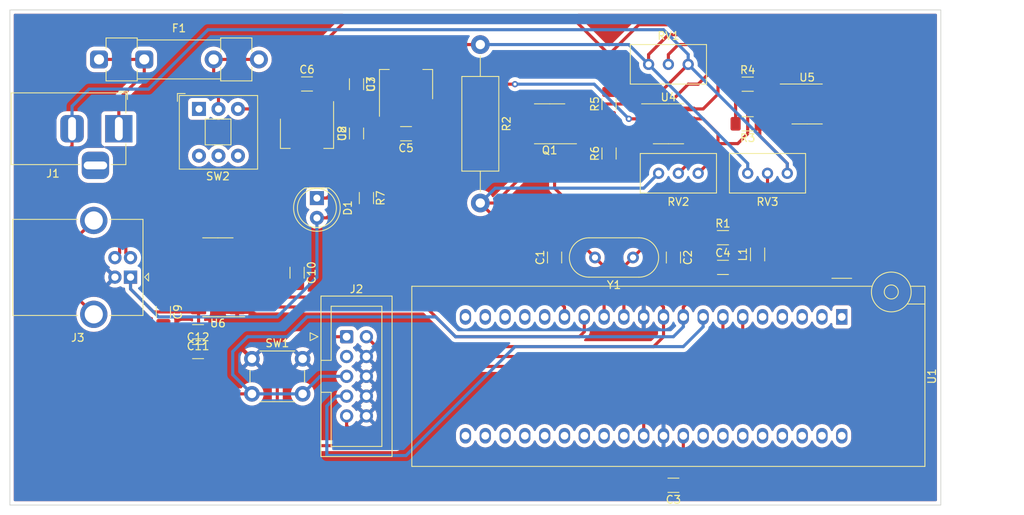
<source format=kicad_pcb>
(kicad_pcb (version 20221018) (generator pcbnew)
  (layers (0 "F.Cu" signal) (31 "B.Cu" signal) (34 "B.Paste" user) (35 "F.Paste" user) (36 "B.SilkS" user "B.Silkscreen") (37 "F.SilkS" user "F.Silkscreen") (38 "B.Mask" user) (39 "F.Mask" user) (44 "Edge.Cuts" user))
  (net 0 "")
  (net 1 "GND")
  (net 2 "Net-(U1-XTAL1)")
  (net 3 "Net-(U1-XTAL2)")
  (net 4 "Net-(U1-AREF)")
  (net 5 "Net-(U1-AVCC)")
  (net 6 "+5V")
  (net 7 "-V_{In}")
  (net 8 "+V_{In}")
  (net 9 "+3V3")
  (net 10 "+5V_{OCP}")
  (net 11 "Net-(U6-~{DTR})")
  (net 12 "/~{RESET}")
  (net 13 "Net-(U6-V3)")
  (net 14 "VBUS")
  (net 15 "Net-(D1-K)")
  (net 17 "/MOSI")
  (net 19 "/SCK")
  (net 20 "/MISO")
  (net 21 "/USB_D-")
  (net 22 "/USB_D+")
  (net 23 "unconnected-(J3-Shield-Pad5)")
  (net 24 "Net-(Q1A-G)")
  (net 25 "Net-(Q1B-G)")
  (net 26 "Net-(U5A--)")
  (net 27 "Net-(U5B--)")
  (net 28 "Net-(U4B-+)")
  (net 29 "Net-(U4A-+)")
  (net 30 "Net-(U5A-+)")
  (net 31 "Net-(U5B-+)")
  (net 32 "/PB0")
  (net 33 "/PB1")
  (net 34 "/PB2")
  (net 35 "/PB3")
  (net 36 "/~{SS}")
  (net 37 "/RX <--")
  (net 38 "/TX -->")
  (net 39 "/PD2")
  (net 40 "/PD3")
  (net 41 "/PD4")
  (net 42 "/PD5")
  (net 43 "/PD6")
  (net 44 "/PD7")
  (net 45 "/PC0")
  (net 46 "/PC1")
  (net 47 "/TCK")
  (net 48 "/TMS")
  (net 49 "/TDO")
  (net 50 "/TDI")
  (net 51 "/PC6")
  (net 52 "/PC7")
  (net 53 "/PA7")
  (net 54 "/PA6")
  (net 55 "/PA5")
  (net 56 "/PA4")
  (net 57 "/PA3")
  (net 58 "/PA2")
  (net 59 "/PA1")
  (net 60 "/PA0")
  (net 69 "Net-(SW2A-B)")
  (net 71 "Net-(F1-Pad1)")
  (net 72 "Net-(U4B--)")
  (footprint "Resistor_SMD:R_1206_3216Metric_Pad1.30x1.75mm_HandSolder" (layer "F.Cu") (at 116.205 132.715 180)
    (fp_text reference "R3")
    (fp_text value "10 kΩ")
  )
  (footprint "Capacitor_SMD:C_1206_3216Metric_Pad1.33x1.80mm_HandSolder" (layer "F.Cu") (at 72.39 133.985 180)
    (fp_text reference "C5")
    (fp_text value "10 µF")
  )
  (footprint "Package_SO:SOIC-16_3.9x9.9mm_P1.27mm" (layer "F.Cu") (at 48.26 152.4 180)
    (fp_text reference "U6")
    (fp_text value "CH340C")
  )
  (footprint "Resistor_SMD:R_1206_3216Metric_Pad1.30x1.75mm_HandSolder" (layer "F.Cu") (at 113.03 147.32)
    (fp_text reference "R1")
    (fp_text value "10 kΩ")
  )
  (footprint "Capacitor_SMD:C_1206_3216Metric_Pad1.33x1.80mm_HandSolder" (layer "F.Cu") (at 66.04 133.96 90)
    (fp_text reference "C8")
    (fp_text value "22 µF")
  )
  (footprint "Inductor_SMD:L_1206_3216Metric_Pad1.22x1.90mm_HandSolder" (layer "F.Cu") (at 117.475 149.4675 90)
    (fp_text reference "L1")
    (fp_text value "10 µH")
  )
  (footprint "Capacitor_SMD:C_1206_3216Metric_Pad1.33x1.80mm_HandSolder" (layer "F.Cu") (at 59.69 127.61)
    (fp_text reference "C6")
    (fp_text value "10 µF")
  )
  (footprint "Resistor_SMD:R_1206_3216Metric_Pad1.30x1.75mm_HandSolder" (layer "F.Cu") (at 98.425 130.175 90)
    (fp_text reference "R5")
    (fp_text value "6k8 Ω")
  )
  (footprint "Package_TO_SOT_SMD:SOT-223-3_TabPin2" (layer "F.Cu") (at 72.39 127.66 90)
    (fp_text reference "U3")
    (fp_text value "AMS1117-3.3")
  )
  (footprint "Socket:DIP_Socket-40_W11.9_W12.7_W15.24_W17.78_W18.5_3M_240-1280-00-0602J" (layer "F.Cu") (at 128.27 157.48 -90)
    (fp_text reference "U1")
    (fp_text value "ATmega32A-P")
  )
  (footprint "Package_SO:SO-8_3.9x4.9mm_P1.27mm" (layer "F.Cu") (at 106.045 132.715)
    (fp_text reference "U4")
    (fp_text value "LM358")
  )
  (footprint "Fuse:Fuseholder_Clip-5x20mm_Littelfuse_520_Inline_P20.50x5.80mm_D1.30mm_Horizontal" (layer "F.Cu") (at 33.02 124.46)
    (fp_text reference "F1")
    (fp_text value "Fuse")
  )
  (footprint "Package_SO:SO-8_3.9x4.9mm_P1.27mm" (layer "F.Cu") (at 123.825 130.175)
    (fp_text reference "U5")
    (fp_text value "LM358")
  )
  (footprint "Resistor_SMD:R_1206_3216Metric_Pad1.30x1.75mm_HandSolder" (layer "F.Cu") (at 67.31 142.24 -90)
    (fp_text reference "R7")
    (fp_text value "1 kΩ")
  )
  (footprint "Button_Switch_THT:SW_PUSH_6mm_H4.3mm" (layer "F.Cu") (at 52.63 162.85)
    (fp_text reference "SW1")
    (fp_text value "SW_Push")
  )
  (footprint "Capacitor_SMD:C_1206_3216Metric_Pad1.33x1.80mm_HandSolder" (layer "F.Cu") (at 66.04 127.635 -90)
    (fp_text reference "C7")
    (fp_text value "22 µF")
  )
  (footprint "Capacitor_SMD:C_1206_3216Metric_Pad1.33x1.80mm_HandSolder" (layer "F.Cu") (at 91.44 149.86 90)
    (fp_text reference "C1")
    (fp_text value "22 pF")
  )
  (footprint "Connector_USB:USB_B_OST_USB-B1HSxx_Horizontal" (layer "F.Cu") (at 37.0575 152.38 180)
    (fp_text reference "J3")
    (fp_text value "USB_B")
  )
  (footprint "Capacitor_SMD:C_1206_3216Metric_Pad1.33x1.80mm_HandSolder" (layer "F.Cu") (at 41.275 156.845 -90)
    (fp_text reference "C9")
    (fp_text value "100 nF")
  )
  (footprint "Potentiometer_THT:Potentiometer_Bourns_3296W_Vertical" (layer "F.Cu") (at 104.775 139.065 180)
    (fp_text reference "RV2")
    (fp_text value "10 kΩ")
  )
  (footprint "Resistor_THT:R_Axial_DIN0414_L11.9mm_D4.5mm_P20.32mm_Horizontal" (layer "F.Cu") (at 81.915 122.555 -90)
    (fp_text reference "R2")
    (fp_text value "100 mΩ")
  )
  (footprint "Capacitor_SMD:C_1206_3216Metric_Pad1.33x1.80mm_HandSolder" (layer "F.Cu") (at 106.68 149.86 -90)
    (fp_text reference "C2")
    (fp_text value "22 pF")
  )
  (footprint "Package_TO_SOT_SMD:SOT-223-3_TabPin2" (layer "F.Cu") (at 59.69 133.96 -90)
    (fp_text reference "U2")
    (fp_text value "AMS1117-5.0")
  )
  (footprint "Capacitor_SMD:C_1206_3216Metric_Pad1.33x1.80mm_HandSolder" (layer "F.Cu") (at 58.42 151.815 -90)
    (fp_text reference "C10")
    (fp_text value "100 nF")
  )
  (footprint "Package_SO:SOIC-8_3.9x4.9mm_P1.27mm" (layer "F.Cu") (at 90.805 132.715 180)
    (fp_text reference "Q1")
    (fp_text value "IRF7309IPBF")
  )
  (footprint "Potentiometer_THT:Potentiometer_Bourns_3296W_Vertical" (layer "F.Cu") (at 116.205 139.065 180)
    (fp_text reference "RV3")
    (fp_text value "10 kΩ")
  )
  (footprint "Resistor_SMD:R_1206_3216Metric_Pad1.30x1.75mm_HandSolder" (layer "F.Cu") (at 116.205 127.635)
    (fp_text reference "R4")
    (fp_text value "330 kΩ")
  )
  (footprint "Crystal:Crystal_HC49-4H_Vertical" (layer "F.Cu") (at 101.5 149.86 180)
    (fp_text reference "Y1")
    (fp_text value "16 MHz")
  )
  (footprint "Connector_IDC:IDC-Header_2x05_P2.54mm_Vertical" (layer "F.Cu") (at 64.77 160.02)
    (fp_text reference "J2")
    (fp_text value "AVR-ISP-10")
  )
  (footprint "Capacitor_SMD:C_1206_3216Metric_Pad1.33x1.80mm_HandSolder" (layer "F.Cu") (at 45.72 161.925)
    (fp_text reference "C12")
    (fp_text value "10 µF")
  )
  (footprint "Button_Switch_THT:SW_Push_2P2T_Toggle_CK_PVA2xxH1xxxxxxV2" (layer "F.Cu") (at 45.8375 130.81)
    (fp_text reference "SW2")
    (fp_text value "SW_SPST")
  )
  (footprint "Potentiometer_THT:Potentiometer_Bourns_3296W_Vertical" (layer "F.Cu") (at 103.495 125.095 180)
    (fp_text reference "RV1")
    (fp_text value "10 kΩ")
  )
  (footprint "Capacitor_SMD:C_1206_3216Metric_Pad1.33x1.80mm_HandSolder" (layer "F.Cu") (at 45.72 159.385 180)
    (fp_text reference "C11")
    (fp_text value "100 nF")
  )
  (footprint "Capacitor_SMD:C_1206_3216Metric_Pad1.33x1.80mm_HandSolder" (layer "F.Cu") (at 113.03 151.13)
    (fp_text reference "C4")
    (fp_text value "100 nF")
  )
  (footprint "LED_THT:LED_D5.0mm_Clear" (layer "F.Cu") (at 60.96 142.24 -90)
    (fp_text reference "D1")
    (fp_text value "LED")
  )
  (footprint "Resistor_SMD:R_1206_3216Metric_Pad1.30x1.75mm_HandSolder" (layer "F.Cu") (at 98.425 136.525 90)
    (fp_text reference "R6")
    (fp_text value "10 kΩ")
  )
  (footprint "Capacitor_SMD:C_1206_3216Metric_Pad1.33x1.80mm_HandSolder" (layer "F.Cu") (at 106.68 179.07 180)
    (fp_text reference "C3")
    (fp_text value "100 nF")
  )
  (footprint "Connector_BarrelJack:BarrelJack_Horizontal" (layer "F.Cu") (at 35.56 133.35)
    (fp_text reference "J1")
    (fp_text value "Barrel_Jack_Switch")
  )
  (gr_rect (start 21.59 118.11) (end 140.97 181.61) (stroke (width 0.1)) (fill none) (layer "Edge.Cuts"))
  (segment (start 47.2825 159.385) (end 47.2825 161.925) (width 0.4) (layer "F.Cu") (net 1))
  (segment (start 47.2825 161.925) (end 49.1875 163.83) (width 0.4) (layer "F.Cu") (net 1))
  (segment (start 105.41 175.26) (end 105.1175 175.5525) (width 0.4) (layer "F.Cu") (net 1))
  (segment (start 50.735 156.845) (end 48.26 156.845) (width 0.4) (layer "F.Cu") (net 1))
  (segment (start 111.4675 151.13) (end 109.22 151.13) (width 0.4) (layer "F.Cu") (net 1))
  (segment (start 51.65 163.83) (end 52.63 162.85) (width 0.4) (layer "F.Cu") (net 1))
  (segment (start 48.26 156.845) (end 47.2825 157.8225) (width 0.4) (layer "F.Cu") (net 1))
  (segment (start 109.22 151.13) (end 108.9275 151.4225) (width 0.4) (layer "F.Cu") (net 1))
  (segment (start 108.9275 151.4225) (end 106.68 151.4225) (width 0.4) (layer "F.Cu") (net 1))
  (segment (start 105.1175 175.5525) (end 105.1175 179.07) (width 0.4) (layer "F.Cu") (net 1))
  (segment (start 49.1875 163.83) (end 51.65 163.83) (width 0.4) (layer "F.Cu") (net 1))
  (segment (start 47.2825 157.8225) (end 47.2825 159.385) (width 0.4) (layer "F.Cu") (net 1))
  (segment (start 105.41 172.72) (end 105.41 175.26) (width 0.4) (layer "F.Cu") (net 1))
  (segment (start 95.0575 148.2975) (end 96.62 149.86) (width 0.4) (layer "F.Cu") (net 2))
  (segment (start 97.79 157.48) (end 97.79 151.03) (width 0.4) (layer "F.Cu") (net 2))
  (segment (start 91.44 148.2975) (end 95.0575 148.2975) (width 0.4) (layer "F.Cu") (net 2))
  (segment (start 97.79 151.03) (end 96.62 149.86) (width 0.4) (layer "F.Cu") (net 2))
  (segment (start 101.5 149.86) (end 100.33 151.03) (width 0.4) (layer "F.Cu") (net 3))
  (segment (start 106.68 148.2975) (end 103.0625 148.2975) (width 0.4) (layer "F.Cu") (net 3))
  (segment (start 103.0625 148.2975) (end 101.5 149.86) (width 0.4) (layer "F.Cu") (net 3))
  (segment (start 100.33 151.03) (end 100.33 157.48) (width 0.4) (layer "F.Cu") (net 3))
  (segment (start 108.2425 175.5525) (end 107.95 175.26) (width 0.4) (layer "F.Cu") (net 4))
  (segment (start 107.95 175.26) (end 107.95 172.72) (width 0.4) (layer "F.Cu") (net 4))
  (segment (start 108.2425 179.07) (end 108.2425 175.5525) (width 0.4) (layer "F.Cu") (net 4))
  (segment (start 102.87 170.18) (end 102.87 172.72) (width 0.4) (layer "F.Cu") (net 5))
  (segment (start 132.08 162.56) (end 127 167.64) (width 0.4) (layer "F.Cu") (net 5))
  (segment (start 117.475 151.13) (end 129.54 151.13) (width 0.4) (layer "F.Cu") (net 5))
  (segment (start 129.54 151.13) (end 132.08 153.67) (width 0.4) (layer "F.Cu") (net 5))
  (segment (start 114.5925 151.13) (end 117.475 151.13) (width 0.4) (layer "F.Cu") (net 5))
  (segment (start 127 167.64) (end 105.41 167.64) (width 0.4) (layer "F.Cu") (net 5))
  (segment (start 132.08 153.67) (end 132.08 162.56) (width 0.4) (layer "F.Cu") (net 5))
  (segment (start 105.41 167.64) (end 102.87 170.18) (width 0.4) (layer "F.Cu") (net 5))
  (segment (start 83.82 142.875) (end 81.915 142.875) (width 0.4) (layer "F.Cu") (net 6))
  (segment (start 67.31 160.02) (end 68.58 161.29) (width 0.4) (layer "F.Cu") (net 6))
  (segment (start 107.95 146.05) (end 109.22 147.32) (width 0.4) (layer "F.Cu") (net 6))
  (segment (start 90.17 129.54) (end 83.185 129.54) (width 0.4) (layer "F.Cu") (net 6))
  (segment (start 104.14 161.29) (end 105.41 160.02) (width 0.4) (layer "F.Cu") (net 6))
  (segment (start 111.48 147.32) (end 111.48 146.33) (width 0.4) (layer "F.Cu") (net 6))
  (segment (start 73.9525 133.985) (end 73.9525 133.0575) (width 0.4) (layer "F.Cu") (net 6))
  (segment (start 117.475 145.415) (end 117.475 147.805) (width 0.4) (layer "F.Cu") (net 6))
  (segment (start 81.915 130.81) (end 74.69 130.81) (width 0.4) (layer "F.Cu") (net 6))
  (segment (start 73.9525 133.0575) (end 74.69 132.32) (width 0.4) (layer "F.Cu") (net 6))
  (segment (start 111.48 146.33) (end 113.03 144.78) (width 0.4) (layer "F.Cu") (net 6))
  (segment (start 91.44 132.08) (end 90.17 130.81) (width 0.4) (layer "F.Cu") (net 6))
  (segment (start 93.28 132.08) (end 91.44 132.08) (width 0.4) (layer "F.Cu") (net 6))
  (segment (start 105.41 156.21) (end 102.87 153.67) (width 0.4) (layer "F.Cu") (net 6))
  (segment (start 105.41 160.02) (end 105.41 157.48) (width 0.4) (layer "F.Cu") (net 6))
  (segment (start 74.69 132.32) (end 74.69 130.785) (width 0.4) (layer "F.Cu") (net 6))
  (segment (start 90.17 130.81) (end 90.17 129.54) (width 0.4) (layer "F.Cu") (net 6))
  (segment (start 109.22 147.32) (end 111.48 147.32) (width 0.4) (layer "F.Cu") (net 6))
  (segment (start 104.14 149.86) (end 107.95 149.86) (width 0.4) (layer "F.Cu") (net 6))
  (segment (start 83.185 129.54) (end 81.915 130.81) (width 0.4) (layer "F.Cu") (net 6))
  (segment (start 90.17 136.525) (end 83.82 142.875) (width 0.4) (layer "F.Cu") (net 6))
  (segment (start 102.87 153.67) (end 102.87 151.13) (width 0.4) (layer "F.Cu") (net 6))
  (segment (start 90.17 133.35) (end 90.17 136.525) (width 0.4) (layer "F.Cu") (net 6))
  (segment (start 113.03 144.78) (end 116.84 144.78) (width 0.4) (layer "F.Cu") (net 6))
  (segment (start 107.95 149.86) (end 109.22 148.59) (width 0.4) (layer "F.Cu") (net 6))
  (segment (start 85.09 146.05) (end 107.95 146.05) (width 0.4) (layer "F.Cu") (net 6))
  (segment (start 102.87 151.13) (end 104.14 149.86) (width 0.4) (layer "F.Cu") (net 6))
  (segment (start 109.22 148.59) (end 109.22 147.32) (width 0.4) (layer "F.Cu") (net 6))
  (segment (start 91.44 132.08) (end 90.17 133.35) (width 0.4) (layer "F.Cu") (net 6))
  (segment (start 68.58 161.29) (end 104.14 161.29) (width 0.4) (layer "F.Cu") (net 6))
  (segment (start 81.915 142.875) (end 85.09 146.05) (width 0.4) (layer "F.Cu") (net 6))
  (segment (start 105.41 157.48) (end 105.41 156.21) (width 0.4) (layer "F.Cu") (net 6))
  (segment (start 116.84 144.78) (end 117.475 145.415) (width 0.4) (layer "F.Cu") (net 6))
  (segment (start 83.82 140.97) (end 102.87 140.97) (width 0.4) (layer "B.Cu") (net 6))
  (segment (start 102.87 140.97) (end 104.775 139.065) (width 0.4) (layer "B.Cu") (net 6))
  (segment (start 81.915 142.875) (end 83.82 140.97) (width 0.4) (layer "B.Cu") (net 6))
  (segment (start 105.41 128.26) (end 108.575 125.095) (width 0.4) (layer "F.Cu") (net 7))
  (segment (start 103.47 134.62) (end 101.6 134.62) (width 0.4) (layer "F.Cu") (net 7))
  (segment (start 66.04 132.3975) (end 66.04 130.81) (width 0.4) (layer "F.Cu") (net 7))
  (segment (start 70.8275 136.1825) (end 70.8275 133.985) (width 0.4) (layer "F.Cu") (net 7))
  (segment (start 61.99 129.3) (end 61.99 130.81) (width 0.4) (layer "F.Cu") (net 7))
  (segment (start 103.47 134.62) (end 104.775 134.62) (width 0.4) (layer "F.Cu") (net 7))
  (segment (start 101.6 134.62) (end 100.965 135.255) (width 0.4) (layer "F.Cu") (net 7))
  (segment (start 70.09 132.32) (end 70.09 130.785) (width 0.4) (layer "F.Cu") (net 7))
  (segment (start 100.965 137.16) (end 100.05 138.075) (width 0.4) (layer "F.Cu") (net 7))
  (segment (start 27.94 139.7) (end 30.48 142.24) (width 0.4) (layer "F.Cu") (net 7))
  (segment (start 68.58 138.43) (end 70.8275 136.1825) (width 0.4) (layer "F.Cu") (net 7))
  (segment (start 121.285 137.795) (end 121.285 139.065) (width 0.4) (layer "F.Cu") (net 7))
  (segment (start 96.8 138.075) (end 98.425 138.075) (width 0.4) (layer "F.Cu") (net 7))
  (segment (start 95.25 134.62) (end 95.885 135.255) (width 0.4) (layer "F.Cu") (net 7))
  (segment (start 29.56 135.54) (end 27.94 137.16) (width 0.4) (layer "F.Cu") (net 7))
  (segment (start 29.56 133.35) (end 29.56 135.54) (width 0.4) (layer "F.Cu") (net 7))
  (segment (start 119.38 132.08) (end 121.25 132.08) (width 0.4) (layer "F.Cu") (net 7))
  (segment (start 30.48 142.24) (end 53.34 142.24) (width 0.4) (layer "F.Cu") (net 7))
  (segment (start 55.88 139.7) (end 62.23 139.7) (width 0.4) (layer "F.Cu") (net 7))
  (segment (start 27.94 137.16) (end 27.94 139.7) (width 0.4) (layer "F.Cu") (net 7))
  (segment (start 63.5 138.43) (end 68.58 138.43) (width 0.4) (layer "F.Cu") (net 7))
  (segment (start 61.99 130.81) (end 66.04 130.81) (width 0.4) (layer "F.Cu") (net 7))
  (segment (start 66.04 130.81) (end 70.09 130.81) (width 0.4) (layer "F.Cu") (net 7))
  (segment (start 95.885 137.16) (end 96.8 138.075) (width 0.4) (layer "F.Cu") (net 7))
  (segment (start 95.885 135.255) (end 95.885 137.16) (width 0.4) (layer "F.Cu") (net 7))
  (segment (start 117.755 132.715) (end 117.755 134.265) (width 0.4) (layer "F.Cu") (net 7))
  (segment (start 70.8275 133.985) (end 70.8275 133.0575) (width 0.4) (layer "F.Cu") (net 7))
  (segment (start 93.28 134.62) (end 95.25 134.62) (width 0.4) (layer "F.Cu") (net 7))
  (segment (start 100.05 138.075) (end 98.425 138.075) (width 0.4) (layer "F.Cu") (net 7))
  (segment (start 53.34 142.24) (end 55.88 139.7) (width 0.4) (layer "F.Cu") (net 7))
  (segment (start 118.745 132.715) (end 119.38 132.08) (width 0.4) (layer "F.Cu") (net 7))
  (segment (start 70.8275 133.0575) (end 70.09 132.32) (width 0.4) (layer "F.Cu") (net 7))
  (segment (start 100.965 135.255) (end 100.965 137.16) (width 0.4) (layer "F.Cu") (net 7))
  (segment (start 61.2525 128.5625) (end 61.99 129.3) (width 0.4) (layer "F.Cu") (net 7))
  (segment (start 61.2525 127.61) (end 61.2525 128.5625) (width 0.4) (layer "F.Cu") (net 7))
  (segment (start 104.775 134.62) (end 105.41 133.985) (width 0.4) (layer "F.Cu") (net 7))
  (segment (start 117.755 134.265) (end 121.285 137.795) (width 0.4) (layer "F.Cu") (net 7))
  (segment (start 62.23 139.7) (end 63.5 138.43) (width 0.4) (layer "F.Cu") (net 7))
  (segment (start 105.41 133.985) (end 105.41 128.26) (width 0.4) (layer "F.Cu") (net 7))
  (segment (start 117.755 132.715) (end 118.745 132.715) (width 0.4) (layer "F.Cu") (net 7))
  (segment (start 66.04 129.1975) (end 66.04 130.81) (width 0.4) (layer "F.Cu") (net 7))
  (segment (start 121.285 139.065) (end 121.285 137.805) (width 0.4) (layer "B.Cu") (net 7))
  (segment (start 46.99 120.65) (end 39.37 128.27) (width 0.4) (layer "B.Cu") (net 7))
  (segment (start 121.285 137.805) (end 108.575 125.095) (width 0.4) (layer "B.Cu") (net 7))
  (segment (start 31.75 128.27) (end 29.56 130.46) (width 0.4) (layer "B.Cu") (net 7))
  (segment (start 108.575 125.095) (end 108.575 123.815) (width 0.4) (layer "B.Cu") (net 7))
  (segment (start 105.41 120.65) (end 46.99 120.65) (width 0.4) (layer "B.Cu") (net 7))
  (segment (start 108.575 123.815) (end 105.41 120.65) (width 0.4) (layer "B.Cu") (net 7))
  (segment (start 39.37 128.27) (end 31.75 128.27) (width 0.4) (layer "B.Cu") (net 7))
  (segment (start 29.56 130.46) (end 29.56 133.35) (width 0.4) (layer "B.Cu") (net 7))
  (segment (start 58.1275 126.0225) (end 64.77 119.38) (width 0.4) (layer "F.Cu") (net 8))
  (segment (start 93.98 119.38) (end 98.425 123.825) (width 0.4) (layer "F.Cu") (net 8))
  (segment (start 122.555 120.015) (end 102.235 120.015) (width 0.4) (layer "F.Cu") (net 8))
  (segment (start 50.8375 130.81) (end 57.39 130.81) (width 0.4) (layer "F.Cu") (net 8))
  (segment (start 58.1275 127.61) (end 58.1275 126.0225) (width 0.4) (layer "F.Cu") (net 8))
  (segment (start 126.4 128.27) (end 128.27 128.27) (width 0.4) (layer "F.Cu") (net 8))
  (segment (start 102.235 120.015) (end 98.425 123.825) (width 0.4) (layer "F.Cu") (net 8))
  (segment (start 57.39 129.3) (end 57.39 130.81) (width 0.4) (layer "F.Cu") (net 8))
  (segment (start 128.905 126.365) (end 122.555 120.015) (width 0.4) (layer "F.Cu") (net 8))
  (segment (start 98.425 123.825) (end 98.425 128.625) (width 0.4) (layer "F.Cu") (net 8))
  (segment (start 64.77 119.38) (end 93.98 119.38) (width 0.4) (layer "F.Cu") (net 8))
  (segment (start 58.1275 127.61) (end 58.1275 128.5625) (width 0.4) (layer "F.Cu") (net 8))
  (segment (start 58.1275 128.5625) (end 57.39 129.3) (width 0.4) (layer "F.Cu") (net 8))
  (segment (start 128.27 128.27) (end 128.905 127.635) (width 0.4) (layer "F.Cu") (net 8))
  (segment (start 128.905 127.635) (end 128.905 126.365) (width 0.4) (layer "F.Cu") (net 8))
  (segment (start 69.165 124.51) (end 72.39 124.51) (width 0.4) (layer "F.Cu") (net 9))
  (segment (start 72.39 124.51) (end 72.39 130.81) (width 0.4) (layer "F.Cu") (net 9))
  (segment (start 66.04 126.0725) (end 67.6025 126.0725) (width 0.4) (layer "F.Cu") (net 9))
  (segment (start 72.39 129.54) (end 73.025 128.905) (width 0.4) (layer "F.Cu") (net 9))
  (segment (start 67.6025 126.0725) (end 69.165 124.51) (width 0.4) (layer "F.Cu") (net 9))
  (segment (start 80.01 128.905) (end 81.28 127.635) (width 0.4) (layer "F.Cu") (net 9))
  (segment (start 86.36 127.635) (end 81.28 127.635) (width 0.4) (layer "F.Cu") (net 9))
  (segment (start 103.47 132.08) (end 100.965 132.08) (width 0.4) (layer "F.Cu") (net 9))
  (segment (start 72.39 130.81) (end 72.39 129.54) (width 0.4) (layer "F.Cu") (net 9))
  (segment (start 73.025 128.905) (end 80.01 128.905) (width 0.4) (layer "F.Cu") (net 9))
  (via (at 86.36 127.635) (size 0.8) (drill 0.4) (layers "F.Cu" "B.Cu") (net 9))
  (via (at 100.965 132.08) (size 0.8) (drill 0.4) (layers "F.Cu" "B.Cu") (net 9))
  (segment (start 100.965 132.08) (end 96.52 127.635) (width 0.4) (layer "B.Cu") (net 9))
  (segment (start 96.52 127.635) (end 86.36 127.635) (width 0.4) (layer "B.Cu") (net 9))
  (segment (start 65.455 137.11) (end 59.69 137.11) (width 0.4) (layer "F.Cu") (net 10))
  (segment (start 110.49 130.81) (end 112.395 128.905) (width 0.4) (layer "F.Cu") (net 10))
  (segment (start 62.865 125.73) (end 66.04 122.555) (width 0.4) (layer "F.Cu") (net 10))
  (segment (start 111.125 121.285) (end 106.045 121.285) (width 0.4) (layer "F.Cu") (net 10))
  (segment (start 103.495 123.835) (end 103.495 125.095) (width 0.4) (layer "F.Cu") (net 10))
  (segment (start 112.395 128.905) (end 112.395 122.555) (width 0.4) (layer "F.Cu") (net 10))
  (segment (start 60.278959 125.73) (end 62.865 125.73) (width 0.4) (layer "F.Cu") (net 10))
  (segment (start 66.04 136.525) (end 65.455 137.11) (width 0.4) (layer "F.Cu") (net 10))
  (segment (start 112.395 122.555) (end 111.125 121.285) (width 0.4) (layer "F.Cu") (net 10))
  (segment (start 59.69 126.318959) (end 60.278959 125.73) (width 0.4) (layer "F.Cu") (net 10))
  (segment (start 66.04 135.5225) (end 66.04 136.525) (width 0.4) (layer "F.Cu") (net 10))
  (segment (start 106.045 121.285) (end 103.495 123.835) (width 0.4) (layer "F.Cu") (net 10))
  (segment (start 59.69 130.81) (end 59.69 126.318959) (width 0.4) (layer "F.Cu") (net 10))
  (segment (start 66.04 122.555) (end 81.915 122.555) (width 0.4) (layer "F.Cu") (net 10))
  (segment (start 59.69 130.81) (end 59.69 137.11) (width 0.4) (layer "F.Cu") (net 10))
  (segment (start 108.62 130.81) (end 110.49 130.81) (width 0.4) (layer "F.Cu") (net 10))
  (segment (start 100.955 122.555) (end 103.495 125.095) (width 0.4) (layer "B.Cu") (net 10))
  (segment (start 116.205 137.805) (end 103.495 125.095) (width 0.4) (layer "B.Cu") (net 10))
  (segment (start 116.205 139.065) (end 116.205 137.805) (width 0.4) (layer "B.Cu") (net 10))
  (segment (start 81.915 122.555) (end 100.955 122.555) (width 0.4) (layer "B.Cu") (net 10))
  (segment (start 41.275 153.67) (end 41.91 153.035) (width 0.4) (layer "F.Cu") (net 11))
  (segment (start 41.275 155.2825) (end 41.275 153.67) (width 0.4) (layer "F.Cu") (net 11))
  (segment (start 41.91 153.035) (end 45.785 153.035) (width 0.4) (layer "F.Cu") (net 11))
  (segment (start 41.275 164.465) (end 44.16 167.35) (width 0.4) (layer "F.Cu") (net 12))
  (segment (start 41.275 158.4075) (end 41.275 164.465) (width 0.4) (layer "F.Cu") (net 12))
  (segment (start 114.58 147.32) (end 114.58 147.675) (width 0.4) (layer "F.Cu") (net 12))
  (segment (start 107.95 157.48) (end 107.95 156.21) (width 0.4) (layer "F.Cu") (net 12))
  (segment (start 110.49 153.67) (end 113.03 153.67) (width 0.4) (layer "F.Cu") (net 12))
  (segment (start 114.58 147.675) (end 113.03 149.225) (width 0.4) (layer "F.Cu") (net 12))
  (segment (start 107.95 156.21) (end 110.49 153.67) (width 0.4) (layer "F.Cu") (net 12))
  (segment (start 44.16 167.35) (end 52.63 167.35) (width 0.4) (layer "F.Cu") (net 12))
  (segment (start 113.03 149.225) (end 113.03 153.67) (width 0.4) (layer "F.Cu") (net 12))
  (segment (start 50.165 161.925) (end 50.165 164.885) (width 0.4) (layer "B.Cu") (net 12))
  (segment (start 107.95 157.48) (end 107.95 158.75) (width 0.4) (layer "B.Cu") (net 12))
  (segment (start 59.13 167.35) (end 61.38 165.1) (width 0.4) (layer "B.Cu") (net 12))
  (segment (start 76.2 157.48) (end 59.69 157.48) (width 0.4) (layer "B.Cu") (net 12))
  (segment (start 107.95 158.75) (end 106.68 160.02) (width 0.4) (layer "B.Cu") (net 12))
  (segment (start 57.15 160.02) (end 52.07 160.02) (width 0.4) (layer "B.Cu") (net 12))
  (segment (start 78.74 160.02) (end 76.2 157.48) (width 0.4) (layer "B.Cu") (net 12))
  (segment (start 59.69 157.48) (end 57.15 160.02) (width 0.4) (layer "B.Cu") (net 12))
  (segment (start 52.07 160.02) (end 50.165 161.925) (width 0.4) (layer "B.Cu") (net 12))
  (segment (start 106.68 160.02) (end 78.74 160.02) (width 0.4) (layer "B.Cu") (net 12))
  (segment (start 52.63 167.35) (end 55.88 167.35) (width 0.4) (layer "B.Cu") (net 12))
  (segment (start 61.38 165.1) (end 64.77 165.1) (width 0.4) (layer "B.Cu") (net 12))
  (segment (start 50.165 164.885) (end 52.63 167.35) (width 0.4) (layer "B.Cu") (net 12))
  (segment (start 55.88 167.35) (end 59.13 167.35) (width 0.4) (layer "B.Cu") (net 12))
  (segment (start 50.735 153.035) (end 53.34 153.035) (width 0.4) (layer "F.Cu") (net 13))
  (segment (start 53.6825 153.3775) (end 58.42 153.3775) (width 0.4) (layer "F.Cu") (net 13))
  (segment (start 53.34 153.035) (end 53.6825 153.3775) (width 0.4) (layer "F.Cu") (net 13))
  (segment (start 37.0575 153.8975) (end 40.005 156.845) (width 0.4) (layer "F.Cu") (net 14))
  (segment (start 40.005 156.845) (end 45.785 156.845) (width 0.4) (layer "F.Cu") (net 14))
  (segment (start 45.785 158.75) (end 45.15 159.385) (width 0.4) (layer "F.Cu") (net 14))
  (segment (start 64.77 142.24) (end 74.93 142.24) (width 0.4) (layer "F.Cu") (net 14))
  (segment (start 45.15 159.385) (end 44.1575 159.385) (width 0.4) (layer "F.Cu") (net 14))
  (segment (start 62.23 144.78) (end 64.77 142.24) (width 0.4) (layer "F.Cu") (net 14))
  (segment (start 88.33 132.08) (end 88.33 130.81) (width 0.4) (layer "F.Cu") (net 14))
  (segment (start 44.1575 159.385) (end 44.1575 161.925) (width 0.4) (layer "F.Cu") (net 14))
  (segment (start 74.93 142.24) (end 85.09 132.08) (width 0.4) (layer "F.Cu") (net 14))
  (segment (start 60.96 144.78) (end 62.23 144.78) (width 0.4) (layer "F.Cu") (net 14))
  (segment (start 85.09 132.08) (end 88.33 132.08) (width 0.4) (layer "F.Cu") (net 14))
  (segment (start 45.785 156.845) (end 45.785 158.75) (width 0.4) (layer "F.Cu") (net 14))
  (segment (start 37.0575 152.38) (end 37.0575 153.8975) (width 0.4) (layer "F.Cu") (net 14))
  (segment (start 60.96 152.4) (end 60.96 144.78) (width 0.4) (layer "B.Cu") (net 14))
  (segment (start 37.0575 153.8975) (end 40.64 157.48) (width 0.4) (layer "B.Cu") (net 14))
  (segment (start 37.0575 152.38) (end 37.0575 153.8975) (width 0.4) (layer "B.Cu") (net 14))
  (segment (start 55.88 157.48) (end 60.96 152.4) (width 0.4) (layer "B.Cu") (net 14))
  (segment (start 40.64 157.48) (end 55.88 157.48) (width 0.4) (layer "B.Cu") (net 14))
  (segment (start 60.96 142.24) (end 62.23 142.24) (width 0.4) (layer "F.Cu") (net 15))
  (segment (start 63.78 140.69) (end 67.31 140.69) (width 0.4) (layer "F.Cu") (net 15))
  (segment (start 62.23 142.24) (end 63.78 140.69) (width 0.4) (layer "F.Cu") (net 15))
  (segment (start 115.57 160.02) (end 115.57 157.48) (width 0.4) (layer "F.Cu") (net 17))
  (segment (start 111.76 163.83) (end 115.57 160.02) (width 0.4) (layer "F.Cu") (net 17))
  (segment (start 81.28 163.83) (end 111.76 163.83) (width 0.4) (layer "F.Cu") (net 17))
  (segment (start 59.69 173.99) (end 71.12 173.99) (width 0.4) (layer "F.Cu") (net 17))
  (segment (start 64.77 160.02) (end 58.42 160.02) (width 0.4) (layer "F.Cu") (net 17))
  (segment (start 55.88 170.18) (end 59.69 173.99) (width 0.4) (layer "F.Cu") (net 17))
  (segment (start 71.12 173.99) (end 81.28 163.83) (width 0.4) (layer "F.Cu") (net 17))
  (segment (start 55.88 162.56) (end 55.88 170.18) (width 0.4) (layer "F.Cu") (net 17))
  (segment (start 58.42 160.02) (end 55.88 162.56) (width 0.4) (layer "F.Cu") (net 17))
  (segment (start 62.23 175.26) (end 72.39 175.26) (width 0.4) (layer "B.Cu") (net 19))
  (segment (start 86.36 161.29) (end 107.95 161.29) (width 0.4) (layer "B.Cu") (net 19))
  (segment (start 63.5 167.64) (end 62.23 168.91) (width 0.4) (layer "B.Cu") (net 19))
  (segment (start 64.77 167.64) (end 63.5 167.64) (width 0.4) (layer "B.Cu") (net 19))
  (segment (start 110.49 158.75) (end 110.49 157.48) (width 0.4) (layer "B.Cu") (net 19))
  (segment (start 72.39 175.26) (end 86.36 161.29) (width 0.4) (layer "B.Cu") (net 19))
  (segment (start 62.23 168.91) (end 62.23 175.26) (width 0.4) (layer "B.Cu") (net 19))
  (segment (start 107.95 161.29) (end 110.49 158.75) (width 0.4) (layer "B.Cu") (net 19))
  (segment (start 64.77 171.45) (end 66.04 172.72) (width 0.4) (layer "F.Cu") (net 20))
  (segment (start 69.85 172.72) (end 80.01 162.56) (width 0.4) (layer "F.Cu") (net 20))
  (segment (start 113.03 160.02) (end 113.03 157.48) (width 0.4) (layer "F.Cu") (net 20))
  (segment (start 110.49 162.56) (end 113.03 160.02) (width 0.4) (layer "F.Cu") (net 20))
  (segment (start 80.01 162.56) (end 110.49 162.56) (width 0.4) (layer "F.Cu") (net 20))
  (segment (start 66.04 172.72) (end 69.85 172.72) (width 0.4) (layer "F.Cu") (net 20))
  (segment (start 64.77 170.18) (end 64.77 171.45) (width 0.4) (layer "F.Cu") (net 20))
  (segment (start 42.17 146.255423) (end 42.17 146.215) (width 0.4) (layer "F.Cu") (net 21))
  (segment (start 44.57 146.215) (end 44.57 146.255423) (width 0.4) (layer "F.Cu") (net 21))
  (segment (start 42.97 146.215) (end 42.97 146.255441) (width 0.4) (layer "F.Cu") (net 21))
  (segment (start 46.619999 145.815) (end 54.444314 145.815) (width 0.4) (layer "F.Cu") (net 21))
  (segment (start 41.37 146.215) (end 41.37 146.255423) (width 0.4) (layer "F.Cu") (net 21))
  (segment (start 55.48 146.850686) (end 55.48 149.059314) (width 0.4) (layer "F.Cu") (net 21))
  (segment (start 37.0575 149.88) (end 36.4575 149.28) (width 0.4) (layer "F.Cu") (net 21))
  (segment (start 39.77 146.215) (end 39.77 146.255423) (width 0.4) (layer "F.Cu") (net 21))
  (segment (start 53.809314 150.73) (end 52.432501 150.73) (width 0.4) (layer "F.Cu") (net 21))
  (segment (start 52.432501 150.73) (end 52.197501 150.495) (width 0.4) (layer "F.Cu") (net 21))
  (segment (start 52.197501 150.495) (end 50.735 150.495) (width 0.4) (layer "F.Cu") (net 21))
  (segment (start 43.77 146.255441) (end 43.77 146.215) (width 0.4) (layer "F.Cu") (net 21))
  (segment (start 45.77 145.815) (end 46.619999 145.815) (width 0.4) (layer "F.Cu") (net 21))
  (segment (start 36.4575 149.28) (end 36.4575 147.623186) (width 0.4) (layer "F.Cu") (net 21))
  (segment (start 36.4575 147.623186) (end 38.265686 145.815) (width 0.4) (layer "F.Cu") (net 21))
  (segment (start 38.265686 145.815) (end 39.37 145.815) (width 0.4) (layer "F.Cu") (net 21))
  (segment (start 54.444314 145.815) (end 55.48 146.850686) (width 0.4) (layer "F.Cu") (net 21))
  (segment (start 45.37 146.255423) (end 45.37 146.215) (width 0.4) (layer "F.Cu") (net 21))
  (segment (start 55.48 149.059314) (end 53.809314 150.73) (width 0.4) (layer "F.Cu") (net 21))
  (segment (start 40.57 146.255423) (end 40.57 146.215) (width 0.4) (layer "F.Cu") (net 21))
  (arc (start 43.77 146.215) (mid 43.887157 145.932157) (end 44.17 145.815) (width 0.4) (layer "F.Cu") (net 21))
  (arc (start 42.17 146.215) (mid 42.287157 145.932157) (end 42.57 145.815) (width 0.4) (layer "F.Cu") (net 21))
  (arc (start 44.17 145.815) (mid 44.452843 145.932157) (end 44.57 146.215) (width 0.4) (layer "F.Cu") (net 21))
  (arc (start 39.37 145.815) (mid 39.652843 145.932157) (end 39.77 146.215) (width 0.4) (layer "F.Cu") (net 21))
  (arc (start 41.77 146.655423) (mid 42.052843 146.538266) (end 42.17 146.255423) (width 0.4) (layer "F.Cu") (net 21))
  (arc (start 41.37 146.255423) (mid 41.487157 146.538266) (end 41.77 146.655423) (width 0.4) (layer "F.Cu") (net 21))
  (arc (start 42.57 145.815) (mid 42.852843 145.932157) (end 42.97 146.215) (width 0.4) (layer "F.Cu") (net 21))
  (arc (start 39.77 146.255423) (mid 39.887157 146.538266) (end 40.17 146.655423) (width 0.4) (layer "F.Cu") (net 21))
  (arc (start 40.57 146.215) (mid 40.687157 145.932157) (end 40.97 145.815) (width 0.4) (layer "F.Cu") (net 21))
  (arc (start 44.97 146.655423) (mid 45.252843 146.538266) (end 45.37 146.255423) (width 0.4) (layer "F.Cu") (net 21))
  (arc (start 44.57 146.255423) (mid 44.687157 146.538266) (end 44.97 146.655423) (width 0.4) (layer "F.Cu") (net 21))
  (arc (start 40.17 146.655423) (mid 40.452843 146.538266) (end 40.57 146.255423) (width 0.4) (layer "F.Cu") (net 21))
  (arc (start 45.37 146.215) (mid 45.487157 145.932157) (end 45.77 145.815) (width 0.4) (layer "F.Cu") (net 21))
  (arc (start 43.37 146.655441) (mid 43.652843 146.538284) (end 43.77 146.255441) (width 0.4) (layer "F.Cu") (net 21))
  (arc (start 42.97 146.255441) (mid 43.087157 146.538284) (end 43.37 146.655441) (width 0.4) (layer "F.Cu") (net 21))
  (arc (start 40.97 145.815) (mid 41.252843 145.932157) (end 41.37 146.215) (width 0.4) (layer "F.Cu") (net 21))
  (segment (start 54.775686 145.015) (end 37.934314 145.015) (width 0.4) (layer "F.Cu") (net 22))
  (segment (start 56.28 146.519314) (end 54.775686 145.015) (width 0.4) (layer "F.Cu") (net 22))
  (segment (start 52.432501 151.53) (end 54.140686 151.53) (width 0.4) (layer "F.Cu") (net 22))
  (segment (start 56.28 149.390686) (end 56.28 146.519314) (width 0.4) (layer "F.Cu") (net 22))
  (segment (start 37.934314 145.015) (end 35.6575 147.291814) (width 0.4) (layer "F.Cu") (net 22))
  (segment (start 35.6575 149.28) (end 35.0575 149.88) (width 0.4) (layer "F.Cu") (net 22))
  (segment (start 54.140686 151.53) (end 56.28 149.390686) (width 0.4) (layer "F.Cu") (net 22))
  (segment (start 35.6575 147.291814) (end 35.6575 149.28) (width 0.4) (layer "F.Cu") (net 22))
  (segment (start 50.735 151.765) (end 52.197501 151.765) (width 0.4) (layer "F.Cu") (net 22))
  (segment (start 52.197501 151.765) (end 52.432501 151.53) (width 0.4) (layer "F.Cu") (net 22))
  (segment (start 30.597501 146.859999) (end 30.597501 155.400001) (width 0.4) (layer "F.Cu") (net 23))
  (segment (start 30.597501 155.400001) (end 32.3475 157.15) (width 0.4) (layer "F.Cu") (net 23))
  (segment (start 32.3475 145.11) (end 30.597501 146.859999) (width 0.4) (layer "F.Cu") (net 23))
  (segment (start 91.44 133.9675) (end 91.44 140.97) (width 0.4) (layer "F.Cu") (net 24))
  (segment (start 91.44 140.97) (end 93.345 142.875) (width 0.4) (layer "F.Cu") (net 24))
  (segment (start 128.27 129.54) (end 126.4 129.54) (width 0.4) (layer "F.Cu") (net 24))
  (segment (start 93.345 142.875) (end 123.825 142.875) (width 0.4) (layer "F.Cu") (net 24))
  (segment (start 92.0575 133.35) (end 91.44 133.9675) (width 0.4) (layer "F.Cu") (net 24))
  (segment (start 128.905 130.175) (end 128.27 129.54) (width 0.4) (layer "F.Cu") (net 24))
  (segment (start 93.28 133.35) (end 92.0575 133.35) (width 0.4) (layer "F.Cu") (net 24))
  (segment (start 123.825 142.875) (end 128.905 137.795) (width 0.4) (layer "F.Cu") (net 24))
  (segment (start 128.905 137.795) (end 128.905 130.175) (width 0.4) (layer "F.Cu") (net 24))
  (segment (start 101.6 130.81) (end 103.47 130.81) (width 0.4) (layer "F.Cu") (net 25))
  (segment (start 95.25 130.81) (end 95.885 130.175) (width 0.4) (layer "F.Cu") (net 25))
  (segment (start 100.965 130.175) (end 101.6 130.81) (width 0.4) (layer "F.Cu") (net 25))
  (segment (start 95.885 130.175) (end 100.965 130.175) (width 0.4) (layer "F.Cu") (net 25))
  (segment (start 93.28 130.81) (end 95.25 130.81) (width 0.4) (layer "F.Cu") (net 25))
  (segment (start 114.655 127.635) (end 114.655 130.175) (width 0.4) (layer "F.Cu") (net 26))
  (segment (start 114.655 130.175) (end 114.655 132.715) (width 0.4) (layer "F.Cu") (net 26))
  (segment (start 115.57 130.175) (end 114.655 130.175) (width 0.4) (layer "F.Cu") (net 26))
  (segment (start 121.25 129.54) (end 116.205 129.54) (width 0.4) (layer "F.Cu") (net 26))
  (segment (start 116.205 129.54) (end 115.57 130.175) (width 0.4) (layer "F.Cu") (net 26))
  (segment (start 123.825 130.175) (end 123.825 128.905) (width 0.4) (layer "F.Cu") (net 27))
  (segment (start 126.4 130.81) (end 124.46 130.81) (width 0.4) (layer "F.Cu") (net 27))
  (segment (start 123.825 128.905) (end 123.19 128.27) (width 0.4) (layer "F.Cu") (net 27))
  (segment (start 123.19 128.27) (end 121.25 128.27) (width 0.4) (layer "F.Cu") (net 27))
  (segment (start 117.755 127.635) (end 118.745 127.635) (width 0.4) (layer "F.Cu") (net 27))
  (segment (start 124.46 130.81) (end 123.825 130.175) (width 0.4) (layer "F.Cu") (net 27))
  (segment (start 118.745 127.635) (end 119.38 128.27) (width 0.4) (layer "F.Cu") (net 27))
  (segment (start 119.38 128.27) (end 121.25 128.27) (width 0.4) (layer "F.Cu") (net 27))
  (segment (start 109.855 122.555) (end 107.315 122.555) (width 0.4) (layer "F.Cu") (net 28))
  (segment (start 106.68 129.54) (end 108.585 127.635) (width 0.4) (layer "F.Cu") (net 28))
  (segment (start 107.315 122.555) (end 106.035 123.835) (width 0.4) (layer "F.Cu") (net 28))
  (segment (start 106.035 123.835) (end 106.035 125.095) (width 0.4) (layer "F.Cu") (net 28))
  (segment (start 108.585 127.635) (end 109.855 127.635) (width 0.4) (layer "F.Cu") (net 28))
  (segment (start 109.855 127.635) (end 111.125 126.365) (width 0.4) (layer "F.Cu") (net 28))
  (segment (start 106.68 133.985) (end 106.68 129.54) (width 0.4) (layer "F.Cu") (net 28))
  (segment (start 111.125 126.365) (end 111.125 123.825) (width 0.4) (layer "F.Cu") (net 28))
  (segment (start 108.62 134.62) (end 107.315 134.62) (width 0.4) (layer "F.Cu") (net 28))
  (segment (start 107.315 134.62) (end 106.68 133.985) (width 0.4) (layer "F.Cu") (net 28))
  (segment (start 111.125 123.825) (end 109.855 122.555) (width 0.4) (layer "F.Cu") (net 28))
  (segment (start 98.425 133.35) (end 98.425 134.975) (width 0.4) (layer "F.Cu") (net 29))
  (segment (start 98.425 131.725) (end 98.425 133.35) (width 0.4) (layer "F.Cu") (net 29))
  (segment (start 103.47 133.35) (end 98.425 133.35) (width 0.4) (layer "F.Cu") (net 29))
  (segment (start 114.935 135.255) (end 112.395 135.255) (width 0.4) (layer "F.Cu") (net 30))
  (segment (start 112.395 136.525) (end 109.855 139.065) (width 0.4) (layer "F.Cu") (net 30))
  (segment (start 112.395 133.985) (end 112.395 135.255) (width 0.4) (layer "F.Cu") (net 30))
  (segment (start 121.25 130.81) (end 116.84 130.81) (width 0.4) (layer "F.Cu") (net 30))
  (segment (start 108.62 132.08) (end 110.49 132.08) (width 0.4) (layer "F.Cu") (net 30))
  (segment (start 116.205 133.985) (end 114.935 135.255) (width 0.4) (layer "F.Cu") (net 30))
  (segment (start 116.84 130.81) (end 116.205 131.445) (width 0.4) (layer "F.Cu") (net 30))
  (segment (start 116.205 131.445) (end 116.205 133.985) (width 0.4) (layer "F.Cu") (net 30))
  (segment (start 110.49 132.08) (end 112.395 133.985) (width 0.4) (layer "F.Cu") (net 30))
  (segment (start 112.395 135.255) (end 112.395 136.525) (width 0.4) (layer "F.Cu") (net 30))
  (segment (start 123.825 132.715) (end 123.825 140.335) (width 0.4) (layer "F.Cu") (net 31))
  (segment (start 120.015 141.605) (end 118.745 140.335) (width 0.4) (layer "F.Cu") (net 31))
  (segment (start 122.555 141.605) (end 120.015 141.605) (width 0.4) (layer "F.Cu") (net 31))
  (segment (start 126.4 132.08) (end 124.46 132.08) (width 0.4) (layer "F.Cu") (net 31))
  (segment (start 118.745 140.335) (end 118.745 139.065) (width 0.4) (layer "F.Cu") (net 31))
  (segment (start 123.825 140.335) (end 122.555 141.605) (width 0.4) (layer "F.Cu") (net 31))
  (segment (start 124.46 132.08) (end 123.825 132.715) (width 0.4) (layer "F.Cu") (net 31))
  (segment (start 53.34 156.21) (end 74.93 156.21) (width 0.4) (layer "F.Cu") (net 37))
  (segment (start 78.74 160.02) (end 94.615 160.02) (width 0.4) (layer "F.Cu") (net 37))
  (segment (start 52.705 155.575) (end 53.34 156.21) (width 0.4) (layer "F.Cu") (net 37))
  (segment (start 74.93 156.21) (end 78.74 160.02) (width 0.4) (layer "F.Cu") (net 37))
  (segment (start 94.615 160.02) (end 95.25 159.385) (width 0.4) (layer "F.Cu") (net 37))
  (segment (start 50.735 155.575) (end 52.705 155.575) (width 0.4) (layer "F.Cu") (net 37))
  (segment (start 95.25 159.385) (end 95.25 157.48) (width 0.4) (layer "F.Cu") (net 37))
  (segment (start 91.44 154.94) (end 92.71 156.21) (width 0.4) (layer "F.Cu") (net 38))
  (segment (start 50.735 154.305) (end 52.705 154.305) (width 0.4) (layer "F.Cu") (net 38))
  (segment (start 92.71 156.21) (end 92.71 157.48) (width 0.4) (layer "F.Cu") (net 38))
  (segment (start 52.705 154.305) (end 53.34 154.94) (width 0.4) (layer "F.Cu") (net 38))
  (segment (start 53.34 154.94) (end 91.44 154.94) (width 0.4) (layer "F.Cu") (net 38))
  (segment (start 53.52 124.46) (end 47.72 124.46) (width 0.4) (layer "F.Cu") (net 69))
  (segment (start 47.72 127.73) (end 48.3375 128.3475) (width 0.4) (layer "F.Cu") (net 69))
  (segment (start 47.72 124.46) (end 47.72 127.73) (width 0.4) (layer "F.Cu") (net 69))
  (segment (start 48.3375 128.3475) (end 48.3375 130.81) (width 0.4) (layer "F.Cu") (net 69))
  (segment (start 35.56 129.54) (end 38.82 126.28) (width 0.4) (layer "F.Cu") (net 71))
  (segment (start 35.56 133.35) (end 35.56 129.54) (width 0.4) (layer "F.Cu") (net 71))
  (segment (start 38.82 126.28) (end 38.82 124.46) (width 0.4) (layer "F.Cu") (net 71))
  (segment (start 33.02 124.46) (end 38.82 124.46) (width 0.4) (layer "F.Cu") (net 71))
  (segment (start 107.315 139.065) (end 111.125 135.255) (width 0.4) (layer "F.Cu") (net 72))
  (segment (start 111.125 135.255) (end 111.125 133.985) (width 0.4) (layer "F.Cu") (net 72))
  (segment (start 110.49 133.35) (end 108.62 133.35) (width 0.4) (layer "F.Cu") (net 72))
  (segment (start 111.125 133.985) (end 110.49 133.35) (width 0.4) (layer "F.Cu") (net 72))
  (zone (net 1) (net_name "GND") (layers "F&B.Cu") (connect_pads (clearance 0.5)) (min_thickness 0.25) (fill yes (thermal_gap 0.5) (thermal_bridge_width 0.5))
    (polygon (pts (xy 142.24 116.84) (xy 20.32 116.84) (xy 20.32 182.88) (xy 142.24 182.88)))
  )
)
</source>
